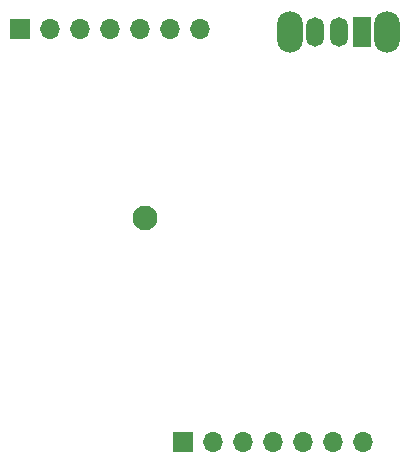
<source format=gbr>
%TF.GenerationSoftware,KiCad,Pcbnew,9.0.0*%
%TF.CreationDate,2026-01-02T12:21:10+01:00*%
%TF.ProjectId,PowerSupply,506f7765-7253-4757-9070-6c792e6b6963,rev?*%
%TF.SameCoordinates,Original*%
%TF.FileFunction,Soldermask,Bot*%
%TF.FilePolarity,Negative*%
%FSLAX46Y46*%
G04 Gerber Fmt 4.6, Leading zero omitted, Abs format (unit mm)*
G04 Created by KiCad (PCBNEW 9.0.0) date 2026-01-02 12:21:10*
%MOMM*%
%LPD*%
G01*
G04 APERTURE LIST*
%ADD10R,1.700000X1.700000*%
%ADD11O,1.700000X1.700000*%
%ADD12C,2.100000*%
%ADD13O,2.200000X3.500000*%
%ADD14R,1.500000X2.500000*%
%ADD15O,1.500000X2.500000*%
G04 APERTURE END LIST*
D10*
%TO.C,J2*%
X487650000Y-325605000D03*
D11*
X490190000Y-325605000D03*
X492730000Y-325605000D03*
X495270000Y-325605000D03*
X497810000Y-325605000D03*
X500350000Y-325605000D03*
X502890000Y-325605000D03*
%TD*%
D12*
%TO.C,REF\u002A\u002A*%
X484430000Y-306630000D03*
%TD*%
D10*
%TO.C,J1*%
X473860000Y-290680000D03*
D11*
X476400000Y-290680000D03*
X478940000Y-290680000D03*
X481480000Y-290680000D03*
X484020000Y-290680000D03*
X486560000Y-290680000D03*
X489100000Y-290680000D03*
%TD*%
D13*
%TO.C,SW1*%
X504960000Y-290880000D03*
X496760000Y-290880000D03*
D14*
X502860000Y-290880000D03*
D15*
X500860000Y-290880000D03*
X498860000Y-290880000D03*
%TD*%
M02*

</source>
